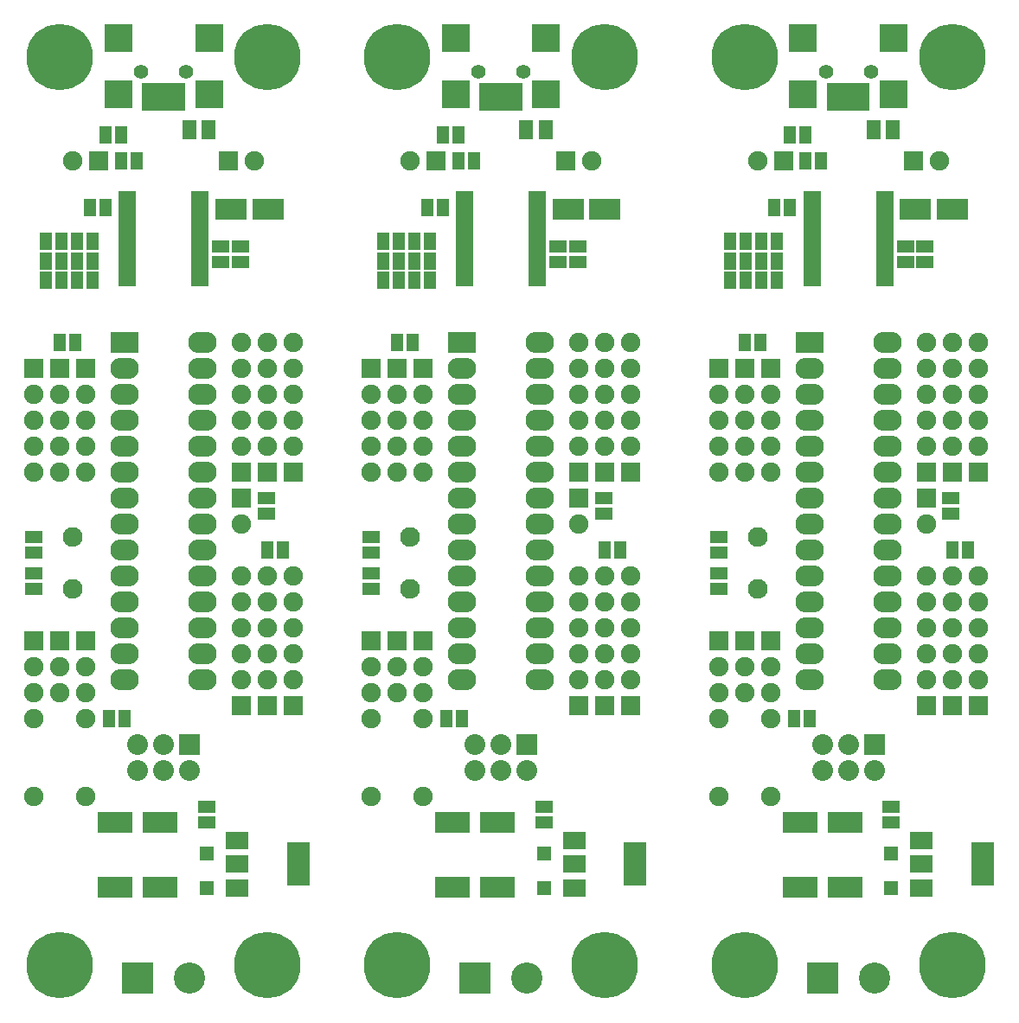
<source format=gts>
G04 (created by PCBNEW (2012-12-10 BZR 3844)-stable) date Tue 18 Dec 2012 09:43:10 AM CET*
%MOIN*%
G04 Gerber Fmt 3.4, Leading zero omitted, Abs format*
%FSLAX34Y34*%
G01*
G70*
G90*
G04 APERTURE LIST*
%ADD10C,0.006*%
%ADD11R,0.1224X0.083*%
%ADD12R,0.1381X0.083*%
%ADD13R,0.08X0.08*%
%ADD14C,0.08*%
%ADD15R,0.1065X0.1065*%
%ADD16R,0.0396X0.1065*%
%ADD17C,0.0554*%
%ADD18C,0.2562*%
%ADD19R,0.0535X0.0535*%
%ADD20R,0.12X0.12*%
%ADD21C,0.12*%
%ADD22R,0.045X0.065*%
%ADD23R,0.065X0.045*%
%ADD24O,0.11X0.082*%
%ADD25R,0.11X0.082*%
%ADD26R,0.075X0.075*%
%ADD27C,0.075*%
%ADD28R,0.055X0.075*%
%ADD29R,0.07X0.036*%
%ADD30R,0.0909X0.0712*%
%ADD31R,0.0909X0.1696*%
%ADD32C,0.076*%
G04 APERTURE END LIST*
G54D10*
G54D11*
X23502Y-8108D03*
X22084Y-8108D03*
G54D12*
X19359Y-31758D03*
X17627Y-31758D03*
X19359Y-34258D03*
X17627Y-34258D03*
G54D13*
X20493Y-28758D03*
G54D14*
X20493Y-29758D03*
X19493Y-28758D03*
X19493Y-29758D03*
X18493Y-28758D03*
X18493Y-29758D03*
G54D15*
X17749Y-3683D03*
G54D16*
X20122Y-3793D03*
X19807Y-3793D03*
X19493Y-3793D03*
X19179Y-3793D03*
X18864Y-3793D03*
G54D17*
X20358Y-2798D03*
X18627Y-2798D03*
G54D15*
X21237Y-3683D03*
X21237Y-1518D03*
X17749Y-1518D03*
G54D18*
X23493Y-37258D03*
X15493Y-37258D03*
X23493Y-2258D03*
X15493Y-2258D03*
G54D19*
X21143Y-34267D03*
X21143Y-32949D03*
G54D20*
X18493Y-37758D03*
G54D21*
X20493Y-37758D03*
G54D22*
X16143Y-10858D03*
X16743Y-10858D03*
X14943Y-10858D03*
X15543Y-10858D03*
G54D23*
X21143Y-31758D03*
X21143Y-31158D03*
G54D24*
X17993Y-14258D03*
X17993Y-15258D03*
X17993Y-16258D03*
X17993Y-17258D03*
X17993Y-18258D03*
X17993Y-19258D03*
X17993Y-20258D03*
X17993Y-21258D03*
X17993Y-22258D03*
X17993Y-23258D03*
X17993Y-24258D03*
X17993Y-25258D03*
X17993Y-26258D03*
G54D25*
X17993Y-13258D03*
G54D24*
X20993Y-26258D03*
X20993Y-25258D03*
X20993Y-24258D03*
X20993Y-23258D03*
X20993Y-22258D03*
X20993Y-21258D03*
X20993Y-20258D03*
X20993Y-19258D03*
X20993Y-18258D03*
X20993Y-17258D03*
X20993Y-16258D03*
X20993Y-15258D03*
X20993Y-14258D03*
X20993Y-13258D03*
G54D26*
X22493Y-19258D03*
G54D27*
X22493Y-20258D03*
G54D26*
X21993Y-6258D03*
G54D27*
X22993Y-6258D03*
G54D26*
X16493Y-24758D03*
G54D27*
X16493Y-25758D03*
X16493Y-26758D03*
G54D26*
X15493Y-24758D03*
G54D27*
X15493Y-25758D03*
X15493Y-26758D03*
G54D26*
X14493Y-24758D03*
G54D27*
X14493Y-25758D03*
X14493Y-26758D03*
G54D26*
X14493Y-14258D03*
G54D27*
X14493Y-15258D03*
X14493Y-16258D03*
X14493Y-17258D03*
X14493Y-18258D03*
G54D26*
X15493Y-14258D03*
G54D27*
X15493Y-15258D03*
X15493Y-16258D03*
X15493Y-17258D03*
X15493Y-18258D03*
G54D26*
X16493Y-14258D03*
G54D27*
X16493Y-15258D03*
X16493Y-16258D03*
X16493Y-17258D03*
X16493Y-18258D03*
G54D26*
X24493Y-18258D03*
G54D27*
X24493Y-17258D03*
X24493Y-16258D03*
X24493Y-15258D03*
X24493Y-14258D03*
X24493Y-13258D03*
G54D26*
X23493Y-18258D03*
G54D27*
X23493Y-17258D03*
X23493Y-16258D03*
X23493Y-15258D03*
X23493Y-14258D03*
X23493Y-13258D03*
G54D26*
X24493Y-27258D03*
G54D27*
X24493Y-26258D03*
X24493Y-25258D03*
X24493Y-24258D03*
X24493Y-23258D03*
X24493Y-22258D03*
G54D26*
X23493Y-27258D03*
G54D27*
X23493Y-26258D03*
X23493Y-25258D03*
X23493Y-24258D03*
X23493Y-23258D03*
X23493Y-22258D03*
G54D26*
X22493Y-18258D03*
G54D27*
X22493Y-17258D03*
X22493Y-16258D03*
X22493Y-15258D03*
X22493Y-14258D03*
X22493Y-13258D03*
G54D26*
X22493Y-27258D03*
G54D27*
X22493Y-26258D03*
X22493Y-25258D03*
X22493Y-24258D03*
X22493Y-23258D03*
X22493Y-22258D03*
G54D22*
X14943Y-10108D03*
X15543Y-10108D03*
X17243Y-8058D03*
X16643Y-8058D03*
G54D23*
X22443Y-10158D03*
X22443Y-9558D03*
X21693Y-10158D03*
X21693Y-9558D03*
X14493Y-22158D03*
X14493Y-22758D03*
X14493Y-21358D03*
X14493Y-20758D03*
X23443Y-19258D03*
X23443Y-19858D03*
G54D22*
X23493Y-21258D03*
X24093Y-21258D03*
X14943Y-9358D03*
X15543Y-9358D03*
X16143Y-9358D03*
X16743Y-9358D03*
X17843Y-5258D03*
X17243Y-5258D03*
X18443Y-6258D03*
X17843Y-6258D03*
X17393Y-27758D03*
X17993Y-27758D03*
X15493Y-13258D03*
X16093Y-13258D03*
X16143Y-10108D03*
X16743Y-10108D03*
G54D28*
X20468Y-5058D03*
X21218Y-5058D03*
G54D29*
X20893Y-10908D03*
X20893Y-10658D03*
X20893Y-10398D03*
X20893Y-10138D03*
X20893Y-9888D03*
X20893Y-9628D03*
X20893Y-9368D03*
X20893Y-9118D03*
X20893Y-8858D03*
X20893Y-8608D03*
X20893Y-8348D03*
X20893Y-8088D03*
X20893Y-7838D03*
X20893Y-7578D03*
X18093Y-7578D03*
X18093Y-7838D03*
X18093Y-8078D03*
X18093Y-8348D03*
X18093Y-8608D03*
X18093Y-8858D03*
X18093Y-9118D03*
X18093Y-9368D03*
X18093Y-9628D03*
X18093Y-9888D03*
X18093Y-10138D03*
X18093Y-10398D03*
X18093Y-10658D03*
X18093Y-10908D03*
G54D27*
X14493Y-27758D03*
X16493Y-27758D03*
X14493Y-30758D03*
X16493Y-30758D03*
G54D26*
X16993Y-6258D03*
G54D27*
X15993Y-6258D03*
G54D30*
X22312Y-32452D03*
X22312Y-33358D03*
X22312Y-34264D03*
G54D31*
X24674Y-33358D03*
G54D32*
X15993Y-20758D03*
X15993Y-22758D03*
G54D11*
X10511Y-8109D03*
X9093Y-8109D03*
G54D12*
X6368Y-31759D03*
X4636Y-31759D03*
X6368Y-34259D03*
X4636Y-34259D03*
G54D13*
X7502Y-28759D03*
G54D14*
X7502Y-29759D03*
X6502Y-28759D03*
X6502Y-29759D03*
X5502Y-28759D03*
X5502Y-29759D03*
G54D15*
X4758Y-3684D03*
G54D16*
X7131Y-3794D03*
X6816Y-3794D03*
X6502Y-3794D03*
X6188Y-3794D03*
X5873Y-3794D03*
G54D17*
X7367Y-2799D03*
X5636Y-2799D03*
G54D15*
X8246Y-3684D03*
X8246Y-1519D03*
X4758Y-1519D03*
G54D18*
X10502Y-37259D03*
X2502Y-37259D03*
X10502Y-2259D03*
X2502Y-2259D03*
G54D19*
X8152Y-34268D03*
X8152Y-32950D03*
G54D20*
X5502Y-37759D03*
G54D21*
X7502Y-37759D03*
G54D22*
X3152Y-10859D03*
X3752Y-10859D03*
X1952Y-10859D03*
X2552Y-10859D03*
G54D23*
X8152Y-31759D03*
X8152Y-31159D03*
G54D24*
X5002Y-14259D03*
X5002Y-15259D03*
X5002Y-16259D03*
X5002Y-17259D03*
X5002Y-18259D03*
X5002Y-19259D03*
X5002Y-20259D03*
X5002Y-21259D03*
X5002Y-22259D03*
X5002Y-23259D03*
X5002Y-24259D03*
X5002Y-25259D03*
X5002Y-26259D03*
G54D25*
X5002Y-13259D03*
G54D24*
X8002Y-26259D03*
X8002Y-25259D03*
X8002Y-24259D03*
X8002Y-23259D03*
X8002Y-22259D03*
X8002Y-21259D03*
X8002Y-20259D03*
X8002Y-19259D03*
X8002Y-18259D03*
X8002Y-17259D03*
X8002Y-16259D03*
X8002Y-15259D03*
X8002Y-14259D03*
X8002Y-13259D03*
G54D26*
X9502Y-19259D03*
G54D27*
X9502Y-20259D03*
G54D26*
X9002Y-6259D03*
G54D27*
X10002Y-6259D03*
G54D26*
X3502Y-24759D03*
G54D27*
X3502Y-25759D03*
X3502Y-26759D03*
G54D26*
X2502Y-24759D03*
G54D27*
X2502Y-25759D03*
X2502Y-26759D03*
G54D26*
X1502Y-24759D03*
G54D27*
X1502Y-25759D03*
X1502Y-26759D03*
G54D26*
X1502Y-14259D03*
G54D27*
X1502Y-15259D03*
X1502Y-16259D03*
X1502Y-17259D03*
X1502Y-18259D03*
G54D26*
X2502Y-14259D03*
G54D27*
X2502Y-15259D03*
X2502Y-16259D03*
X2502Y-17259D03*
X2502Y-18259D03*
G54D26*
X3502Y-14259D03*
G54D27*
X3502Y-15259D03*
X3502Y-16259D03*
X3502Y-17259D03*
X3502Y-18259D03*
G54D26*
X11502Y-18259D03*
G54D27*
X11502Y-17259D03*
X11502Y-16259D03*
X11502Y-15259D03*
X11502Y-14259D03*
X11502Y-13259D03*
G54D26*
X10502Y-18259D03*
G54D27*
X10502Y-17259D03*
X10502Y-16259D03*
X10502Y-15259D03*
X10502Y-14259D03*
X10502Y-13259D03*
G54D26*
X11502Y-27259D03*
G54D27*
X11502Y-26259D03*
X11502Y-25259D03*
X11502Y-24259D03*
X11502Y-23259D03*
X11502Y-22259D03*
G54D26*
X10502Y-27259D03*
G54D27*
X10502Y-26259D03*
X10502Y-25259D03*
X10502Y-24259D03*
X10502Y-23259D03*
X10502Y-22259D03*
G54D26*
X9502Y-18259D03*
G54D27*
X9502Y-17259D03*
X9502Y-16259D03*
X9502Y-15259D03*
X9502Y-14259D03*
X9502Y-13259D03*
G54D26*
X9502Y-27259D03*
G54D27*
X9502Y-26259D03*
X9502Y-25259D03*
X9502Y-24259D03*
X9502Y-23259D03*
X9502Y-22259D03*
G54D22*
X1952Y-10109D03*
X2552Y-10109D03*
X4252Y-8059D03*
X3652Y-8059D03*
G54D23*
X9452Y-10159D03*
X9452Y-9559D03*
X8702Y-10159D03*
X8702Y-9559D03*
X1502Y-22159D03*
X1502Y-22759D03*
X1502Y-21359D03*
X1502Y-20759D03*
X10452Y-19259D03*
X10452Y-19859D03*
G54D22*
X10502Y-21259D03*
X11102Y-21259D03*
X1952Y-9359D03*
X2552Y-9359D03*
X3152Y-9359D03*
X3752Y-9359D03*
X4852Y-5259D03*
X4252Y-5259D03*
X5452Y-6259D03*
X4852Y-6259D03*
X4402Y-27759D03*
X5002Y-27759D03*
X2502Y-13259D03*
X3102Y-13259D03*
X3152Y-10109D03*
X3752Y-10109D03*
G54D28*
X7477Y-5059D03*
X8227Y-5059D03*
G54D29*
X7902Y-10909D03*
X7902Y-10659D03*
X7902Y-10399D03*
X7902Y-10139D03*
X7902Y-9889D03*
X7902Y-9629D03*
X7902Y-9369D03*
X7902Y-9119D03*
X7902Y-8859D03*
X7902Y-8609D03*
X7902Y-8349D03*
X7902Y-8089D03*
X7902Y-7839D03*
X7902Y-7579D03*
X5102Y-7579D03*
X5102Y-7839D03*
X5102Y-8079D03*
X5102Y-8349D03*
X5102Y-8609D03*
X5102Y-8859D03*
X5102Y-9119D03*
X5102Y-9369D03*
X5102Y-9629D03*
X5102Y-9889D03*
X5102Y-10139D03*
X5102Y-10399D03*
X5102Y-10659D03*
X5102Y-10909D03*
G54D27*
X1502Y-27759D03*
X3502Y-27759D03*
X1502Y-30759D03*
X3502Y-30759D03*
G54D26*
X4002Y-6259D03*
G54D27*
X3002Y-6259D03*
G54D30*
X9321Y-32453D03*
X9321Y-33359D03*
X9321Y-34265D03*
G54D31*
X11683Y-33359D03*
G54D32*
X3002Y-20759D03*
X3002Y-22759D03*
X29379Y-20759D03*
X29379Y-22759D03*
G54D30*
X35698Y-32453D03*
X35698Y-33359D03*
X35698Y-34265D03*
G54D31*
X38060Y-33359D03*
G54D26*
X30379Y-6259D03*
G54D27*
X29379Y-6259D03*
X27879Y-27759D03*
X29879Y-27759D03*
X27879Y-30759D03*
X29879Y-30759D03*
G54D29*
X34279Y-10909D03*
X34279Y-10659D03*
X34279Y-10399D03*
X34279Y-10139D03*
X34279Y-9889D03*
X34279Y-9629D03*
X34279Y-9369D03*
X34279Y-9119D03*
X34279Y-8859D03*
X34279Y-8609D03*
X34279Y-8349D03*
X34279Y-8089D03*
X34279Y-7839D03*
X34279Y-7579D03*
X31479Y-7579D03*
X31479Y-7839D03*
X31479Y-8079D03*
X31479Y-8349D03*
X31479Y-8609D03*
X31479Y-8859D03*
X31479Y-9119D03*
X31479Y-9369D03*
X31479Y-9629D03*
X31479Y-9889D03*
X31479Y-10139D03*
X31479Y-10399D03*
X31479Y-10659D03*
X31479Y-10909D03*
G54D28*
X33854Y-5059D03*
X34604Y-5059D03*
G54D22*
X29529Y-10109D03*
X30129Y-10109D03*
X28879Y-13259D03*
X29479Y-13259D03*
X30779Y-27759D03*
X31379Y-27759D03*
X31829Y-6259D03*
X31229Y-6259D03*
X31229Y-5259D03*
X30629Y-5259D03*
X29529Y-9359D03*
X30129Y-9359D03*
X28329Y-9359D03*
X28929Y-9359D03*
X36879Y-21259D03*
X37479Y-21259D03*
G54D23*
X36829Y-19259D03*
X36829Y-19859D03*
X27879Y-21359D03*
X27879Y-20759D03*
X27879Y-22159D03*
X27879Y-22759D03*
X35079Y-10159D03*
X35079Y-9559D03*
X35829Y-10159D03*
X35829Y-9559D03*
G54D22*
X30629Y-8059D03*
X30029Y-8059D03*
X28329Y-10109D03*
X28929Y-10109D03*
G54D26*
X35879Y-27259D03*
G54D27*
X35879Y-26259D03*
X35879Y-25259D03*
X35879Y-24259D03*
X35879Y-23259D03*
X35879Y-22259D03*
G54D26*
X35879Y-18259D03*
G54D27*
X35879Y-17259D03*
X35879Y-16259D03*
X35879Y-15259D03*
X35879Y-14259D03*
X35879Y-13259D03*
G54D26*
X36879Y-27259D03*
G54D27*
X36879Y-26259D03*
X36879Y-25259D03*
X36879Y-24259D03*
X36879Y-23259D03*
X36879Y-22259D03*
G54D26*
X37879Y-27259D03*
G54D27*
X37879Y-26259D03*
X37879Y-25259D03*
X37879Y-24259D03*
X37879Y-23259D03*
X37879Y-22259D03*
G54D26*
X36879Y-18259D03*
G54D27*
X36879Y-17259D03*
X36879Y-16259D03*
X36879Y-15259D03*
X36879Y-14259D03*
X36879Y-13259D03*
G54D26*
X37879Y-18259D03*
G54D27*
X37879Y-17259D03*
X37879Y-16259D03*
X37879Y-15259D03*
X37879Y-14259D03*
X37879Y-13259D03*
G54D26*
X29879Y-14259D03*
G54D27*
X29879Y-15259D03*
X29879Y-16259D03*
X29879Y-17259D03*
X29879Y-18259D03*
G54D26*
X28879Y-14259D03*
G54D27*
X28879Y-15259D03*
X28879Y-16259D03*
X28879Y-17259D03*
X28879Y-18259D03*
G54D26*
X27879Y-14259D03*
G54D27*
X27879Y-15259D03*
X27879Y-16259D03*
X27879Y-17259D03*
X27879Y-18259D03*
G54D26*
X27879Y-24759D03*
G54D27*
X27879Y-25759D03*
X27879Y-26759D03*
G54D26*
X28879Y-24759D03*
G54D27*
X28879Y-25759D03*
X28879Y-26759D03*
G54D26*
X29879Y-24759D03*
G54D27*
X29879Y-25759D03*
X29879Y-26759D03*
G54D26*
X35379Y-6259D03*
G54D27*
X36379Y-6259D03*
G54D26*
X35879Y-19259D03*
G54D27*
X35879Y-20259D03*
G54D24*
X31379Y-14259D03*
X31379Y-15259D03*
X31379Y-16259D03*
X31379Y-17259D03*
X31379Y-18259D03*
X31379Y-19259D03*
X31379Y-20259D03*
X31379Y-21259D03*
X31379Y-22259D03*
X31379Y-23259D03*
X31379Y-24259D03*
X31379Y-25259D03*
X31379Y-26259D03*
G54D25*
X31379Y-13259D03*
G54D24*
X34379Y-26259D03*
X34379Y-25259D03*
X34379Y-24259D03*
X34379Y-23259D03*
X34379Y-22259D03*
X34379Y-21259D03*
X34379Y-20259D03*
X34379Y-19259D03*
X34379Y-18259D03*
X34379Y-17259D03*
X34379Y-16259D03*
X34379Y-15259D03*
X34379Y-14259D03*
X34379Y-13259D03*
G54D23*
X34529Y-31759D03*
X34529Y-31159D03*
G54D22*
X28329Y-10859D03*
X28929Y-10859D03*
X29529Y-10859D03*
X30129Y-10859D03*
G54D20*
X31879Y-37759D03*
G54D21*
X33879Y-37759D03*
G54D19*
X34529Y-34268D03*
X34529Y-32950D03*
G54D18*
X28879Y-2259D03*
X36879Y-2259D03*
X28879Y-37259D03*
X36879Y-37259D03*
G54D15*
X31135Y-3684D03*
G54D16*
X33508Y-3794D03*
X33193Y-3794D03*
X32879Y-3794D03*
X32565Y-3794D03*
X32250Y-3794D03*
G54D17*
X33744Y-2799D03*
X32013Y-2799D03*
G54D15*
X34623Y-3684D03*
X34623Y-1519D03*
X31135Y-1519D03*
G54D13*
X33879Y-28759D03*
G54D14*
X33879Y-29759D03*
X32879Y-28759D03*
X32879Y-29759D03*
X31879Y-28759D03*
X31879Y-29759D03*
G54D12*
X32745Y-34259D03*
X31013Y-34259D03*
X32745Y-31759D03*
X31013Y-31759D03*
G54D11*
X36888Y-8109D03*
X35470Y-8109D03*
M02*

</source>
